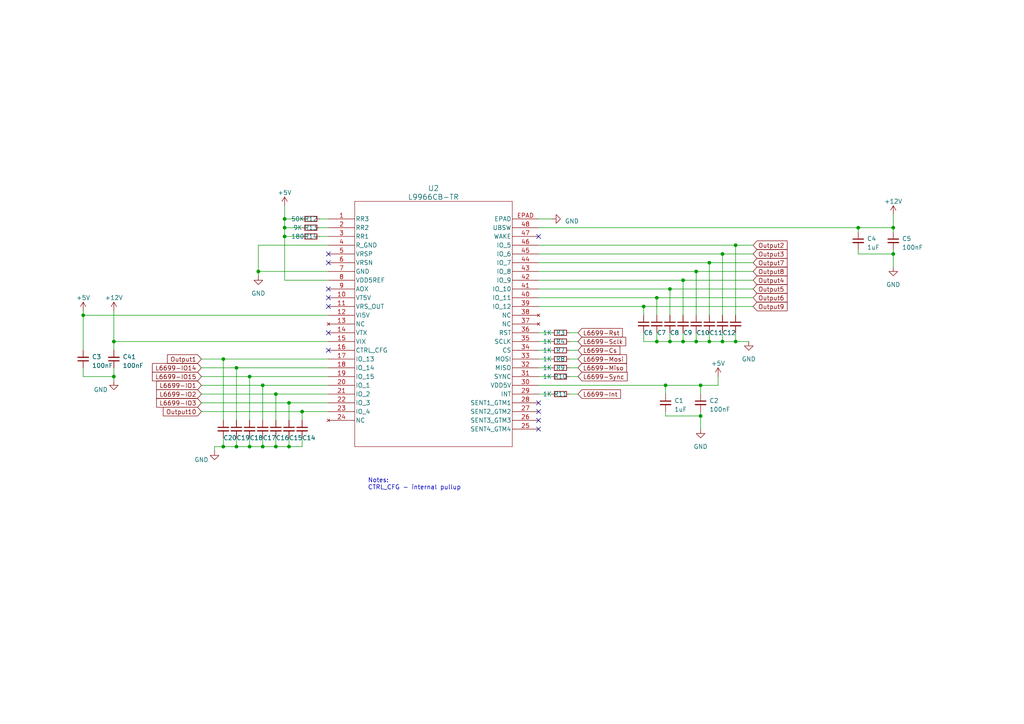
<source format=kicad_sch>
(kicad_sch (version 20230121) (generator eeschema)
  (paper "A4")
  (lib_symbols
    (symbol "Device:C_Small" (pin_numbers hide) (pin_names (offset 0.254) hide)
      (property "Reference" "C" (at 0.254 1.778 0))
      (property "Value" "C_Small" (at 0.254 -2.032 0))
      (symbol "C_Small_0_1"
        (polyline (pts (xy -1.524 -0.508) (xy 1.524 -0.508)) (stroke (width 0.3302)))
        (polyline (pts (xy -1.524 0.508) (xy 1.524 0.508)) (stroke (width 0.3048)))
      )
      (symbol "C_Small_1_1"
        (pin passive line (at 0 2.54 270) (length 2.032) (name "~") (number "1"))
        (pin passive line (at 0 -2.54 90) (length 2.032) (name "~") (number "2"))
      )
    )
    (symbol "Device:R_Small" (pin_numbers hide) (pin_names (offset 0.254) hide)
      (property "Reference" "R" (at 0.762 0.508 0))
      (property "Value" "R_Small" (at 0.762 -1.016 0))
      (symbol "R_Small_0_1"
        (rectangle (start -0.762 1.778) (end 0.762 -1.778) (stroke (width 0.2032)))
      )
      (symbol "R_Small_1_1"
        (pin passive line (at 0 2.54 270) (length 0.762) (name "~") (number "1"))
        (pin passive line (at 0 -2.54 90) (length 0.762) (name "~") (number "2"))
      )
    )
    (symbol "MyLibrary:L9966CB-TR" (pin_names (offset 0.254))
      (property "Reference" "U" (at 30.48 10.16 0))
      (property "Value" "L9966CB-TR" (at 30.48 7.62 0))
      (symbol "L9966CB-TR_0_1"
        (polyline (pts (xy 7.62 -66.04) (xy 53.34 -66.04)) (stroke (width 0.127)))
        (polyline (pts (xy 7.62 5.08) (xy 7.62 -66.04)) (stroke (width 0.127)))
        (polyline (pts (xy 53.34 -66.04) (xy 53.34 5.08)) (stroke (width 0.127)))
        (polyline (pts (xy 53.34 5.08) (xy 7.62 5.08)) (stroke (width 0.127)))
        (pin bidirectional line (at 0 0 0) (length 7.62) (name "RR3") (number "1"))
        (pin input line (at 0 -22.86 0) (length 7.62) (name "VT5V") (number "10"))
        (pin output line (at 0 -25.4 0) (length 7.62) (name "VRS_OUT") (number "11"))
        (pin input line (at 0 -27.94 0) (length 7.62) (name "VI5V") (number "12"))
        (pin no_connect line (at 0 -30.48 0) (length 7.62) (name "NC") (number "13"))
        (pin power_in line (at 0 -33.02 0) (length 7.62) (name "VTX") (number "14"))
        (pin power_in line (at 0 -35.56 0) (length 7.62) (name "VIX") (number "15"))
        (pin input line (at 0 -38.1 0) (length 7.62) (name "CTRL_CFG") (number "16"))
        (pin bidirectional line (at 0 -40.64 0) (length 7.62) (name "IO_13") (number "17"))
        (pin bidirectional line (at 0 -43.18 0) (length 7.62) (name "IO_14") (number "18"))
        (pin bidirectional line (at 0 -45.72 0) (length 7.62) (name "IO_15") (number "19"))
        (pin bidirectional line (at 0 -2.54 0) (length 7.62) (name "RR2") (number "2"))
        (pin bidirectional line (at 0 -48.26 0) (length 7.62) (name "IO_1") (number "20"))
        (pin bidirectional line (at 0 -50.8 0) (length 7.62) (name "IO_2") (number "21"))
        (pin bidirectional line (at 0 -53.34 0) (length 7.62) (name "IO_3") (number "22"))
        (pin bidirectional line (at 0 -55.88 0) (length 7.62) (name "IO_4") (number "23"))
        (pin no_connect line (at 0 -58.42 0) (length 7.62) (name "NC") (number "24"))
        (pin bidirectional line (at 60.96 -60.96 180) (length 7.62) (name "SENT4_GTM4") (number "25"))
        (pin bidirectional line (at 60.96 -58.42 180) (length 7.62) (name "SENT3_GTM3") (number "26"))
        (pin bidirectional line (at 60.96 -55.88 180) (length 7.62) (name "SENT2_GTM2") (number "27"))
        (pin bidirectional line (at 60.96 -53.34 180) (length 7.62) (name "SENT1_GTM1") (number "28"))
        (pin input line (at 60.96 -50.8 180) (length 7.62) (name "INT") (number "29"))
        (pin bidirectional line (at 0 -5.08 0) (length 7.62) (name "RR1") (number "3"))
        (pin power_in line (at 60.96 -48.26 180) (length 7.62) (name "VDD5V") (number "30"))
        (pin input line (at 60.96 -45.72 180) (length 7.62) (name "SYNC") (number "31"))
        (pin output line (at 60.96 -43.18 180) (length 7.62) (name "MISO") (number "32"))
        (pin input line (at 60.96 -40.64 180) (length 7.62) (name "MOSI") (number "33"))
        (pin input line (at 60.96 -38.1 180) (length 7.62) (name "CS") (number "34"))
        (pin input line (at 60.96 -35.56 180) (length 7.62) (name "SCLK") (number "35"))
        (pin input line (at 60.96 -33.02 180) (length 7.62) (name "RST") (number "36"))
        (pin no_connect line (at 60.96 -30.48 180) (length 7.62) (name "NC") (number "37"))
        (pin no_connect line (at 60.96 -27.94 180) (length 7.62) (name "NC") (number "38"))
        (pin bidirectional line (at 60.96 -25.4 180) (length 7.62) (name "IO_12") (number "39"))
        (pin power_out line (at 0 -7.62 0) (length 7.62) (name "R_GND") (number "4"))
        (pin bidirectional line (at 60.96 -22.86 180) (length 7.62) (name "IO_11") (number "40"))
        (pin bidirectional line (at 60.96 -20.32 180) (length 7.62) (name "IO_10") (number "41"))
        (pin bidirectional line (at 60.96 -17.78 180) (length 7.62) (name "IO_9") (number "42"))
        (pin bidirectional line (at 60.96 -15.24 180) (length 7.62) (name "IO_8") (number "43"))
        (pin bidirectional line (at 60.96 -12.7 180) (length 7.62) (name "IO_7") (number "44"))
        (pin bidirectional line (at 60.96 -10.16 180) (length 7.62) (name "IO_6") (number "45"))
        (pin bidirectional line (at 60.96 -7.62 180) (length 7.62) (name "IO_5") (number "46"))
        (pin input line (at 60.96 -5.08 180) (length 7.62) (name "WAKE") (number "47"))
        (pin power_in line (at 60.96 -2.54 180) (length 7.62) (name "UBSW") (number "48"))
        (pin unspecified line (at 0 -10.16 0) (length 7.62) (name "VRSP") (number "5"))
        (pin unspecified line (at 0 -12.7 0) (length 7.62) (name "VRSN") (number "6"))
        (pin power_out line (at 0 -15.24 0) (length 7.62) (name "GND") (number "7"))
        (pin power_in line (at 0 -17.78 0) (length 7.62) (name "VDD5REF") (number "8"))
        (pin input line (at 0 -20.32 0) (length 7.62) (name "AOX") (number "9"))
        (pin unspecified line (at 60.96 0 180) (length 7.62) (name "EPAD") (number "EPAD"))
      )
    )
    (symbol "power:+12V" (power) (pin_names (offset 0))
      (property "Value" "+12V" (at 0 3.556 0))
      (symbol "+12V_0_1"
        (polyline (pts (xy -0.762 1.27) (xy 0 2.54)))
        (polyline (pts (xy 0 0) (xy 0 2.54)))
        (polyline (pts (xy 0 2.54) (xy 0.762 1.27)))
      )
      (symbol "+12V_1_1"
        (pin power_in line (at 0 0 90) (length 0) hide (name "+12V") (number "1"))
      )
    )
    (symbol "power:+5V" (power) (pin_names (offset 0))
      (property "Value" "+5V" (at 0 3.556 0))
      (symbol "+5V_0_1"
        (polyline (pts (xy -0.762 1.27) (xy 0 2.54)))
        (polyline (pts (xy 0 0) (xy 0 2.54)))
        (polyline (pts (xy 0 2.54) (xy 0.762 1.27)))
      )
      (symbol "+5V_1_1"
        (pin power_in line (at 0 0 90) (length 0) hide (name "+5V") (number "1"))
      )
    )
    (symbol "power:GND" (power) (pin_names (offset 0))
      (property "Value" "GND" (at 0 -3.81 0))
      (symbol "GND_0_1"
        (polyline (pts (xy 0 0) (xy 0 -1.27) (xy 1.27 -1.27) (xy 0 -2.54) (xy -1.27 -1.27) (xy 0 -1.27)))
      )
      (symbol "GND_1_1"
        (pin power_in line (at 0 0 270) (length 0) hide (name "GND") (number "1"))
      )
    )
  )
  (junction (at 87.63 119.38))
  (junction (at 248.92 66.04))
  (junction (at 186.69 88.9))
  (junction (at 198.12 81.28))
  (junction (at 203.2 111.76))
  (junction (at 33.02 109.22))
  (junction (at 68.58 129.54))
  (junction (at 80.01 129.54))
  (junction (at 209.55 73.66))
  (junction (at 194.31 99.06))
  (junction (at 76.2 129.54))
  (junction (at 203.2 120.65))
  (junction (at 82.55 63.5))
  (junction (at 64.77 104.14))
  (junction (at 201.93 78.74))
  (junction (at 205.74 99.06))
  (junction (at 193.04 111.76))
  (junction (at 190.5 99.06))
  (junction (at 72.39 129.54))
  (junction (at 33.02 99.06))
  (junction (at 190.5 86.36))
  (junction (at 194.31 83.82))
  (junction (at 83.82 129.54))
  (junction (at 76.2 111.76))
  (junction (at 198.12 99.06))
  (junction (at 213.36 71.12))
  (junction (at 24.13 91.44))
  (junction (at 80.01 114.3))
  (junction (at 83.82 116.84))
  (junction (at 74.93 78.74))
  (junction (at 259.08 73.66))
  (junction (at 72.39 109.22))
  (junction (at 205.74 76.2))
  (junction (at 259.08 66.04))
  (junction (at 213.36 99.06))
  (junction (at 68.58 106.68))
  (junction (at 201.93 99.06))
  (junction (at 209.55 99.06))
  (junction (at 82.55 68.58))
  (junction (at 64.77 129.54))
  (junction (at 82.55 66.04))
  (no_connect (at 156.21 119.38))
  (no_connect (at 95.25 83.82))
  (no_connect (at 95.25 86.36))
  (no_connect (at 95.25 101.6))
  (no_connect (at 156.21 68.58))
  (no_connect (at 156.21 121.92))
  (no_connect (at 95.25 73.66))
  (no_connect (at 95.25 88.9))
  (no_connect (at 95.25 96.52))
  (no_connect (at 156.21 124.46))
  (no_connect (at 156.21 116.84))
  (no_connect (at 95.25 76.2))
  (wire (pts (xy 190.5 96.52) (xy 190.5 99.06)))
  (wire (pts (xy 58.42 114.3) (xy 80.01 114.3)))
  (wire (pts (xy 33.02 109.22) (xy 33.02 110.49)))
  (wire (pts (xy 33.02 106.68) (xy 33.02 109.22)))
  (wire (pts (xy 201.93 78.74) (xy 218.44 78.74)))
  (wire (pts (xy 156.21 101.6) (xy 160.02 101.6)))
  (wire (pts (xy 194.31 96.52) (xy 194.31 99.06)))
  (wire (pts (xy 259.08 66.04) (xy 259.08 67.31)))
  (wire (pts (xy 165.1 96.52) (xy 167.64 96.52)))
  (wire (pts (xy 165.1 104.14) (xy 167.64 104.14)))
  (wire (pts (xy 83.82 116.84) (xy 83.82 121.92)))
  (wire (pts (xy 95.25 104.14) (xy 64.77 104.14)))
  (wire (pts (xy 24.13 106.68) (xy 24.13 109.22)))
  (wire (pts (xy 68.58 106.68) (xy 68.58 121.92)))
  (wire (pts (xy 82.55 63.5) (xy 82.55 66.04)))
  (wire (pts (xy 33.02 99.06) (xy 33.02 101.6)))
  (wire (pts (xy 194.31 99.06) (xy 198.12 99.06)))
  (wire (pts (xy 87.63 119.38) (xy 87.63 121.92)))
  (wire (pts (xy 156.21 114.3) (xy 160.02 114.3)))
  (wire (pts (xy 83.82 129.54) (xy 87.63 129.54)))
  (wire (pts (xy 205.74 76.2) (xy 218.44 76.2)))
  (wire (pts (xy 24.13 91.44) (xy 24.13 101.6)))
  (wire (pts (xy 208.28 111.76) (xy 208.28 109.22)))
  (wire (pts (xy 156.21 86.36) (xy 190.5 86.36)))
  (wire (pts (xy 190.5 86.36) (xy 190.5 91.44)))
  (wire (pts (xy 95.25 71.12) (xy 74.93 71.12)))
  (wire (pts (xy 203.2 111.76) (xy 203.2 114.3)))
  (wire (pts (xy 76.2 111.76) (xy 76.2 121.92)))
  (wire (pts (xy 95.25 109.22) (xy 72.39 109.22)))
  (wire (pts (xy 80.01 129.54) (xy 80.01 127)))
  (wire (pts (xy 24.13 109.22) (xy 33.02 109.22)))
  (wire (pts (xy 209.55 96.52) (xy 209.55 99.06)))
  (wire (pts (xy 68.58 129.54) (xy 68.58 127)))
  (wire (pts (xy 186.69 96.52) (xy 186.69 99.06)))
  (wire (pts (xy 194.31 83.82) (xy 218.44 83.82)))
  (wire (pts (xy 259.08 73.66) (xy 259.08 72.39)))
  (wire (pts (xy 95.25 119.38) (xy 87.63 119.38)))
  (wire (pts (xy 259.08 73.66) (xy 259.08 77.47)))
  (wire (pts (xy 80.01 114.3) (xy 80.01 121.92)))
  (wire (pts (xy 76.2 129.54) (xy 76.2 127)))
  (wire (pts (xy 33.02 99.06) (xy 95.25 99.06)))
  (wire (pts (xy 95.25 114.3) (xy 80.01 114.3)))
  (wire (pts (xy 213.36 99.06) (xy 217.17 99.06)))
  (wire (pts (xy 95.25 116.84) (xy 83.82 116.84)))
  (wire (pts (xy 64.77 129.54) (xy 68.58 129.54)))
  (wire (pts (xy 193.04 120.65) (xy 203.2 120.65)))
  (wire (pts (xy 201.93 78.74) (xy 201.93 91.44)))
  (wire (pts (xy 76.2 129.54) (xy 80.01 129.54)))
  (wire (pts (xy 82.55 63.5) (xy 87.63 63.5)))
  (wire (pts (xy 156.21 106.68) (xy 160.02 106.68)))
  (wire (pts (xy 64.77 127) (xy 64.77 129.54)))
  (wire (pts (xy 259.08 62.23) (xy 259.08 66.04)))
  (wire (pts (xy 156.21 96.52) (xy 160.02 96.52)))
  (wire (pts (xy 74.93 78.74) (xy 74.93 80.01)))
  (wire (pts (xy 190.5 99.06) (xy 194.31 99.06)))
  (wire (pts (xy 58.42 109.22) (xy 72.39 109.22)))
  (wire (pts (xy 64.77 129.54) (xy 62.23 129.54)))
  (wire (pts (xy 193.04 119.38) (xy 193.04 120.65)))
  (wire (pts (xy 156.21 81.28) (xy 198.12 81.28)))
  (wire (pts (xy 198.12 99.06) (xy 201.93 99.06)))
  (wire (pts (xy 156.21 73.66) (xy 209.55 73.66)))
  (wire (pts (xy 156.21 76.2) (xy 205.74 76.2)))
  (wire (pts (xy 82.55 59.69) (xy 82.55 63.5)))
  (wire (pts (xy 24.13 91.44) (xy 95.25 91.44)))
  (wire (pts (xy 156.21 111.76) (xy 193.04 111.76)))
  (wire (pts (xy 74.93 71.12) (xy 74.93 78.74)))
  (wire (pts (xy 72.39 109.22) (xy 72.39 121.92)))
  (wire (pts (xy 156.21 99.06) (xy 160.02 99.06)))
  (wire (pts (xy 186.69 99.06) (xy 190.5 99.06)))
  (wire (pts (xy 165.1 114.3) (xy 167.64 114.3)))
  (wire (pts (xy 58.42 116.84) (xy 83.82 116.84)))
  (wire (pts (xy 24.13 91.44) (xy 24.13 90.17)))
  (wire (pts (xy 58.42 104.14) (xy 64.77 104.14)))
  (wire (pts (xy 198.12 81.28) (xy 218.44 81.28)))
  (wire (pts (xy 92.71 63.5) (xy 95.25 63.5)))
  (wire (pts (xy 205.74 76.2) (xy 205.74 91.44)))
  (wire (pts (xy 213.36 71.12) (xy 213.36 91.44)))
  (wire (pts (xy 87.63 129.54) (xy 87.63 127)))
  (wire (pts (xy 198.12 81.28) (xy 198.12 91.44)))
  (wire (pts (xy 156.21 104.14) (xy 160.02 104.14)))
  (wire (pts (xy 92.71 68.58) (xy 95.25 68.58)))
  (wire (pts (xy 248.92 72.39) (xy 248.92 73.66)))
  (wire (pts (xy 248.92 73.66) (xy 259.08 73.66)))
  (wire (pts (xy 205.74 99.06) (xy 209.55 99.06)))
  (wire (pts (xy 95.25 111.76) (xy 76.2 111.76)))
  (wire (pts (xy 156.21 88.9) (xy 186.69 88.9)))
  (wire (pts (xy 156.21 71.12) (xy 213.36 71.12)))
  (wire (pts (xy 68.58 129.54) (xy 72.39 129.54)))
  (wire (pts (xy 58.42 111.76) (xy 76.2 111.76)))
  (wire (pts (xy 213.36 71.12) (xy 218.44 71.12)))
  (wire (pts (xy 186.69 88.9) (xy 186.69 91.44)))
  (wire (pts (xy 156.21 66.04) (xy 248.92 66.04)))
  (wire (pts (xy 193.04 111.76) (xy 203.2 111.76)))
  (wire (pts (xy 156.21 109.22) (xy 160.02 109.22)))
  (wire (pts (xy 156.21 83.82) (xy 194.31 83.82)))
  (wire (pts (xy 33.02 99.06) (xy 33.02 90.17)))
  (wire (pts (xy 203.2 120.65) (xy 203.2 119.38)))
  (wire (pts (xy 74.93 78.74) (xy 95.25 78.74)))
  (wire (pts (xy 165.1 99.06) (xy 167.64 99.06)))
  (wire (pts (xy 95.25 106.68) (xy 68.58 106.68)))
  (wire (pts (xy 80.01 129.54) (xy 83.82 129.54)))
  (wire (pts (xy 201.93 96.52) (xy 201.93 99.06)))
  (wire (pts (xy 156.21 63.5) (xy 160.02 63.5)))
  (wire (pts (xy 156.21 78.74) (xy 201.93 78.74)))
  (wire (pts (xy 165.1 109.22) (xy 167.64 109.22)))
  (wire (pts (xy 62.23 129.54) (xy 62.23 130.81)))
  (wire (pts (xy 82.55 68.58) (xy 82.55 81.28)))
  (wire (pts (xy 198.12 96.52) (xy 198.12 99.06)))
  (wire (pts (xy 82.55 68.58) (xy 87.63 68.58)))
  (wire (pts (xy 193.04 111.76) (xy 193.04 114.3)))
  (wire (pts (xy 209.55 73.66) (xy 209.55 91.44)))
  (wire (pts (xy 201.93 99.06) (xy 205.74 99.06)))
  (wire (pts (xy 58.42 119.38) (xy 87.63 119.38)))
  (wire (pts (xy 248.92 66.04) (xy 259.08 66.04)))
  (wire (pts (xy 209.55 99.06) (xy 213.36 99.06)))
  (wire (pts (xy 205.74 96.52) (xy 205.74 99.06)))
  (wire (pts (xy 209.55 73.66) (xy 218.44 73.66)))
  (wire (pts (xy 203.2 111.76) (xy 208.28 111.76)))
  (wire (pts (xy 82.55 66.04) (xy 87.63 66.04)))
  (wire (pts (xy 165.1 101.6) (xy 167.64 101.6)))
  (wire (pts (xy 64.77 104.14) (xy 64.77 121.92)))
  (wire (pts (xy 95.25 81.28) (xy 82.55 81.28)))
  (wire (pts (xy 165.1 106.68) (xy 167.64 106.68)))
  (wire (pts (xy 83.82 129.54) (xy 83.82 127)))
  (wire (pts (xy 186.69 88.9) (xy 218.44 88.9)))
  (wire (pts (xy 58.42 106.68) (xy 68.58 106.68)))
  (wire (pts (xy 72.39 129.54) (xy 76.2 129.54)))
  (wire (pts (xy 82.55 66.04) (xy 82.55 68.58)))
  (wire (pts (xy 72.39 129.54) (xy 72.39 127)))
  (wire (pts (xy 213.36 96.52) (xy 213.36 99.06)))
  (wire (pts (xy 92.71 66.04) (xy 95.25 66.04)))
  (wire (pts (xy 190.5 86.36) (xy 218.44 86.36)))
  (wire (pts (xy 194.31 83.82) (xy 194.31 91.44)))
  (wire (pts (xy 203.2 120.65) (xy 203.2 124.46)))
  (wire (pts (xy 248.92 66.04) (xy 248.92 67.31)))
  (text "Notes:\nCTRL_CFG - internal pullup" (at 106.68 142.24 0) (effects (font (size 1.27 1.27)) (justify left bottom)))
  (global_label "L6699-IO2" (shape input) (at 58.42 114.3 180) (property "Intersheetrefs" "${INTERSHEET_REFS}" (effects hide)))
  (global_label "L6699-IO1" (shape input) (at 58.42 111.76 180) (property "Intersheetrefs" "${INTERSHEET_REFS}" (effects hide)))
  (global_label "Output1" (shape input) (at 58.42 104.14 180) (property "Intersheetrefs" "${INTERSHEET_REFS}" (effects hide)))
  (global_label "L6699-IO14" (shape input) (at 58.42 106.68 180) (property "Intersheetrefs" "${INTERSHEET_REFS}" (effects hide)))
  (global_label "Output4" (shape input) (at 218.44 81.28 0) (property "Intersheetrefs" "${INTERSHEET_REFS}" (effects hide)))
  (global_label "Output2" (shape input) (at 218.44 71.12 0) (property "Intersheetrefs" "${INTERSHEET_REFS}" (effects hide)))
  (global_label "L6699-Sclk" (shape input) (at 167.64 99.06 0) (property "Intersheetrefs" "${INTERSHEET_REFS}" (effects hide)))
  (global_label "L6699-Rst" (shape input) (at 167.64 96.52 0) (property "Intersheetrefs" "${INTERSHEET_REFS}" (effects hide)))
  (global_label "Output6" (shape input) (at 218.44 86.36 0) (property "Intersheetrefs" "${INTERSHEET_REFS}" (effects hide)))
  (global_label "Output5" (shape input) (at 218.44 83.82 0) (property "Intersheetrefs" "${INTERSHEET_REFS}" (effects hide)))
  (global_label "L6699-IO3" (shape input) (at 58.42 116.84 180) (property "Intersheetrefs" "${INTERSHEET_REFS}" (effects hide)))
  (global_label "Output10" (shape input) (at 58.42 119.38 180) (property "Intersheetrefs" "${INTERSHEET_REFS}" (effects hide)))
  (global_label "L6699-Int" (shape input) (at 167.64 114.3 0) (property "Intersheetrefs" "${INTERSHEET_REFS}" (effects hide)))
  (global_label "L6699-Miso" (shape input) (at 167.64 106.68 0) (property "Intersheetrefs" "${INTERSHEET_REFS}" (effects hide)))
  (global_label "Output9" (shape input) (at 218.44 88.9 0) (property "Intersheetrefs" "${INTERSHEET_REFS}" (effects hide)))
  (global_label "L6699-IO15" (shape input) (at 58.42 109.22 180) (property "Intersheetrefs" "${INTERSHEET_REFS}" (effects hide)))
  (global_label "Output3" (shape input) (at 218.44 73.66 0) (property "Intersheetrefs" "${INTERSHEET_REFS}" (effects hide)))
  (global_label "L6699-Mosi" (shape input) (at 167.64 104.14 0) (property "Intersheetrefs" "${INTERSHEET_REFS}" (effects hide)))
  (global_label "L6699-Sync" (shape input) (at 167.64 109.22 0) (property "Intersheetrefs" "${INTERSHEET_REFS}" (effects hide)))
  (global_label "Output8" (shape input) (at 218.44 78.74 0) (property "Intersheetrefs" "${INTERSHEET_REFS}" (effects hide)))
  (global_label "Output7" (shape input) (at 218.44 76.2 0) (property "Intersheetrefs" "${INTERSHEET_REFS}" (effects hide)))
  (global_label "L6699-Cs" (shape input) (at 167.64 101.6 0) (property "Intersheetrefs" "${INTERSHEET_REFS}" (effects hide)))
  (symbol (lib_id "power:+5V") (at 24.13 90.17 0) (unit 1)
    (property "Reference" "#PWR07" (effects hide))
    (property "Value" "+5V" (at 24.13 86.36 0))
  )
  (symbol (lib_id "Device:C_Small") (at 198.12 93.98 0) (unit 1)
    (property "Reference" "C9" (at 198.12 96.52 0) (effects (justify left)))
    (property "Value" "6.8nF" (effects hide))
    (property "Footprint" "Capacitor_SMD:C_0603_1608Metric_Pad1.08x0.95mm_HandSolder" (effects hide))
  )
  (symbol (lib_id "Device:R_Small") (at 162.56 106.68 90) (unit 1)
    (property "Reference" "R9" (at 162.56 106.68 90))
    (property "Value" "1K" (at 158.75 106.68 90))
    (property "Footprint" "Resistor_SMD:R_0603_1608Metric_Pad0.98x0.95mm_HandSolder" (effects hide))
  )
  (symbol (lib_id "Device:C_Small") (at 76.2 124.46 0) (unit 1)
    (property "Reference" "C17" (at 76.2 127 0) (effects (justify left)))
    (property "Value" "6.8nF" (effects hide))
    (property "Footprint" "Capacitor_SMD:C_0603_1608Metric_Pad1.08x0.95mm_HandSolder" (effects hide))
  )
  (symbol (lib_id "Device:R_Small") (at 162.56 99.06 90) (unit 1)
    (property "Reference" "R4" (at 162.56 99.06 90))
    (property "Value" "1K" (at 158.75 99.06 90))
    (property "Footprint" "Resistor_SMD:R_0603_1608Metric_Pad0.98x0.95mm_HandSolder" (effects hide))
  )
  (symbol (lib_id "power:GND") (at 33.02 110.49 0) (unit 1)
    (property "Reference" "#PWR058" (effects hide))
    (property "Value" "GND" (at 29.21 113.03 0))
  )
  (symbol (lib_id "power:GND") (at 74.93 80.01 0) (unit 1)
    (property "Reference" "#PWR09" (effects hide))
    (property "Value" "GND" (at 74.93 85.09 0))
  )
  (symbol (lib_id "Device:C_Small") (at 190.5 93.98 0) (unit 1)
    (property "Reference" "C7" (at 190.5 96.52 0) (effects (justify left)))
    (property "Value" "6.8nF" (effects hide))
    (property "Footprint" "Capacitor_SMD:C_0603_1608Metric_Pad1.08x0.95mm_HandSolder" (effects hide))
  )
  (symbol (lib_id "Device:R_Small") (at 162.56 96.52 90) (unit 1)
    (property "Reference" "R3" (at 162.56 96.52 90))
    (property "Value" "1K" (at 158.75 96.52 90))
    (property "Footprint" "Resistor_SMD:R_0603_1608Metric_Pad0.98x0.95mm_HandSolder" (effects hide))
  )
  (symbol (lib_id "power:GND") (at 259.08 77.47 0) (unit 1)
    (property "Reference" "#PWR011" (effects hide))
    (property "Value" "GND" (at 259.08 82.55 0))
  )
  (symbol (lib_id "Device:C_Small") (at 64.77 124.46 0) (unit 1)
    (property "Reference" "C20" (at 64.77 127 0) (effects (justify left)))
    (property "Value" "6.8nF" (effects hide))
    (property "Footprint" "Capacitor_SMD:C_0603_1608Metric_Pad1.08x0.95mm_HandSolder" (effects hide))
  )
  (symbol (lib_id "power:+5V") (at 82.55 59.69 0) (unit 1)
    (property "Reference" "#PWR010" (effects hide))
    (property "Value" "+5V" (at 82.55 55.88 0))
  )
  (symbol (lib_id "Device:C_Small") (at 24.13 104.14 180) (unit 1)
    (property "Reference" "C3" (at 26.67 103.4986 0) (effects (justify right)))
    (property "Value" "100nF" (at 26.67 106.0386 0) (effects (justify right)))
    (property "Footprint" "Capacitor_SMD:C_0603_1608Metric_Pad1.08x0.95mm_HandSolder" (effects hide))
  )
  (symbol (lib_id "Device:C_Small") (at 213.36 93.98 0) (unit 1)
    (property "Reference" "C13" (effects hide))
    (property "Value" "6.8nF" (effects hide))
    (property "Footprint" "Capacitor_SMD:C_0603_1608Metric_Pad1.08x0.95mm_HandSolder" (effects hide))
  )
  (symbol (lib_id "Device:C_Small") (at 186.69 93.98 0) (unit 1)
    (property "Reference" "C6" (at 186.69 96.52 0) (effects (justify left)))
    (property "Value" "6.8nF" (effects hide))
    (property "Footprint" "Capacitor_SMD:C_0603_1608Metric_Pad1.08x0.95mm_HandSolder" (effects hide))
  )
  (symbol (lib_id "Device:R_Small") (at 90.17 66.04 90) (unit 1)
    (property "Reference" "R13" (at 90.17 66.04 90))
    (property "Value" "9K" (at 86.36 66.04 90))
    (property "Footprint" "Resistor_SMD:R_0603_1608Metric_Pad0.98x0.95mm_HandSolder" (effects hide))
  )
  (symbol (lib_id "Device:C_Small") (at 83.82 124.46 0) (unit 1)
    (property "Reference" "C15" (at 83.82 127 0) (effects (justify left)))
    (property "Value" "6.8nF" (effects hide))
    (property "Footprint" "Capacitor_SMD:C_0603_1608Metric_Pad1.08x0.95mm_HandSolder" (effects hide))
  )
  (symbol (lib_id "power:GND") (at 217.17 99.06 0) (unit 1)
    (property "Reference" "#PWR03" (effects hide))
    (property "Value" "GND" (at 217.17 104.14 0))
  )
  (symbol (lib_id "Device:C_Small") (at 68.58 124.46 0) (unit 1)
    (property "Reference" "C19" (at 68.58 127 0) (effects (justify left)))
    (property "Value" "6.8nF" (effects hide))
    (property "Footprint" "Capacitor_SMD:C_0603_1608Metric_Pad1.08x0.95mm_HandSolder" (effects hide))
  )
  (symbol (lib_id "Device:C_Small") (at 259.08 69.85 0) (unit 1)
    (property "Reference" "C5" (at 261.62 69.2213 0) (effects (justify left)))
    (property "Value" "100nF" (at 261.62 71.7613 0) (effects (justify left)))
    (property "Footprint" "Capacitor_SMD:C_0603_1608Metric_Pad1.08x0.95mm_HandSolder" (effects hide))
  )
  (symbol (lib_id "power:+12V") (at 259.08 62.23 0) (unit 1)
    (property "Reference" "#PWR012" (effects hide))
    (property "Value" "+12V" (at 259.08 58.42 0))
  )
  (symbol (lib_id "Device:C_Small") (at 209.55 93.98 0) (unit 1)
    (property "Reference" "C12" (at 209.55 96.52 0) (effects (justify left)))
    (property "Value" "6.8nF" (effects hide))
    (property "Footprint" "Capacitor_SMD:C_0603_1608Metric_Pad1.08x0.95mm_HandSolder" (effects hide))
  )
  (symbol (lib_id "Device:C_Small") (at 194.31 93.98 0) (unit 1)
    (property "Reference" "C8" (at 194.31 96.52 0) (effects (justify left)))
    (property "Value" "6.8nF" (effects hide))
    (property "Footprint" "Capacitor_SMD:C_0603_1608Metric_Pad1.08x0.95mm_HandSolder" (effects hide))
  )
  (symbol (lib_id "Device:C_Small") (at 205.74 93.98 0) (unit 1)
    (property "Reference" "C11" (at 205.74 96.52 0) (effects (justify left)))
    (property "Value" "6.8nF" (effects hide))
    (property "Footprint" "Capacitor_SMD:C_0603_1608Metric_Pad1.08x0.95mm_HandSolder" (effects hide))
  )
  (symbol (lib_id "Device:R_Small") (at 162.56 104.14 90) (unit 1)
    (property "Reference" "R8" (at 162.56 104.14 90))
    (property "Value" "1K" (at 158.75 104.14 90))
    (property "Footprint" "Resistor_SMD:R_0603_1608Metric_Pad0.98x0.95mm_HandSolder" (effects hide))
  )
  (symbol (lib_id "power:GND") (at 62.23 130.81 0) (unit 1)
    (property "Reference" "#PWR04" (effects hide))
    (property "Value" "GND" (at 58.42 133.35 0))
  )
  (symbol (lib_id "Device:C_Small") (at 201.93 93.98 0) (unit 1)
    (property "Reference" "C10" (at 201.93 96.52 0) (effects (justify left)))
    (property "Value" "6.8nF" (effects hide))
    (property "Footprint" "Capacitor_SMD:C_0603_1608Metric_Pad1.08x0.95mm_HandSolder" (effects hide))
  )
  (symbol (lib_id "power:GND") (at 203.2 124.46 0) (unit 1)
    (property "Reference" "#PWR02" (effects hide))
    (property "Value" "GND" (at 203.2 129.54 0))
  )
  (symbol (lib_id "Device:R_Small") (at 162.56 114.3 90) (unit 1)
    (property "Reference" "R11" (at 162.56 114.3 90))
    (property "Value" "1K" (at 158.75 114.3 90))
    (property "Footprint" "Resistor_SMD:R_0603_1608Metric_Pad0.98x0.95mm_HandSolder" (effects hide))
  )
  (symbol (lib_id "Device:R_Small") (at 90.17 68.58 90) (unit 1)
    (property "Reference" "R14" (at 90.17 68.58 90))
    (property "Value" "180" (at 86.36 68.58 90))
    (property "Footprint" "Resistor_SMD:R_0603_1608Metric_Pad0.98x0.95mm_HandSolder" (effects hide))
  )
  (symbol (lib_id "Device:C_Small") (at 80.01 124.46 0) (unit 1)
    (property "Reference" "C16" (at 80.01 127 0) (effects (justify left)))
    (property "Value" "6.8nF" (effects hide))
    (property "Footprint" "Capacitor_SMD:C_0603_1608Metric_Pad1.08x0.95mm_HandSolder" (effects hide))
  )
  (symbol (lib_id "Device:C_Small") (at 203.2 116.84 0) (unit 1)
    (property "Reference" "C2" (at 205.74 116.2113 0) (effects (justify left)))
    (property "Value" "100nF" (at 205.74 118.7513 0) (effects (justify left)))
    (property "Footprint" "Capacitor_SMD:C_0603_1608Metric_Pad1.08x0.95mm_HandSolder" (effects hide))
  )
  (symbol (lib_id "Device:C_Small") (at 72.39 124.46 0) (unit 1)
    (property "Reference" "C18" (at 72.39 127 0) (effects (justify left)))
    (property "Value" "6.8nF" (effects hide))
    (property "Footprint" "Capacitor_SMD:C_0603_1608Metric_Pad1.08x0.95mm_HandSolder" (effects hide))
  )
  (symbol (lib_id "Device:C_Small") (at 193.04 116.84 0) (unit 1)
    (property "Reference" "C1" (at 195.58 116.2113 0) (effects (justify left)))
    (property "Value" "1uF" (at 195.58 118.7513 0) (effects (justify left)))
    (property "Footprint" "Capacitor_SMD:C_0603_1608Metric_Pad1.08x0.95mm_HandSolder" (effects hide))
  )
  (symbol (lib_id "Device:R_Small") (at 162.56 101.6 90) (unit 1)
    (property "Reference" "R7" (at 162.56 101.6 90))
    (property "Value" "1K" (at 158.75 101.6 90))
    (property "Footprint" "Resistor_SMD:R_0603_1608Metric_Pad0.98x0.95mm_HandSolder" (effects hide))
  )
  (symbol (lib_id "power:+12V") (at 33.02 90.17 0) (unit 1)
    (property "Reference" "#PWR057" (effects hide))
    (property "Value" "+12V" (at 33.02 86.36 0))
  )
  (symbol (lib_id "power:GND") (at 160.02 63.5 90) (unit 1)
    (property "Reference" "#PWR08" (effects hide))
    (property "Value" "GND" (at 163.83 64.135 90) (effects (justify right)))
  )
  (symbol (lib_id "Device:C_Small") (at 33.02 104.14 180) (unit 1)
    (property "Reference" "C41" (at 35.56 103.4986 0) (effects (justify right)))
    (property "Value" "100nF" (at 35.56 106.0386 0) (effects (justify right)))
    (property "Footprint" "Capacitor_SMD:C_0603_1608Metric_Pad1.08x0.95mm_HandSolder" (effects hide))
  )
  (symbol (lib_id "Device:C_Small") (at 248.92 69.85 0) (unit 1)
    (property "Reference" "C4" (at 251.46 69.2213 0) (effects (justify left)))
    (property "Value" "1uF" (at 251.46 71.7613 0) (effects (justify left)))
    (property "Footprint" "Capacitor_SMD:C_0603_1608Metric_Pad1.08x0.95mm_HandSolder" (effects hide))
  )
  (symbol (lib_id "Device:R_Small") (at 90.17 63.5 90) (unit 1)
    (property "Reference" "R12" (at 90.17 63.5 90))
    (property "Value" "50K" (at 86.36 63.5 90))
    (property "Footprint" "Resistor_SMD:R_0603_1608Metric_Pad0.98x0.95mm_HandSolder" (effects hide))
  )
  (symbol (lib_id "Device:R_Small") (at 162.56 109.22 90) (unit 1)
    (property "Reference" "R10" (at 162.56 109.22 90))
    (property "Value" "1K" (at 158.75 109.22 90))
    (property "Footprint" "Resistor_SMD:R_0603_1608Metric_Pad0.98x0.95mm_HandSolder" (effects hide))
  )
  (symbol (lib_id "MyLibrary:L9966CB-TR") (at 95.25 63.5 0) (unit 1)
    (property "Reference" "U2" (at 125.73 54.61 0) (effects (font (size 1.524 1.524))))
    (property "Value" "L9966CB-TR" (at 125.73 57.15 0) (effects (font (size 1.524 1.524))))
    (property "Footprint" "MyKiCadLibraries:TQFP48_L9966_STM" (effects hide))
    (property "Datasheet" "L9966CB-TR" (effects hide))
  )
  (symbol (lib_id "Device:C_Small") (at 87.63 124.46 0) (unit 1)
    (property "Reference" "C14" (at 87.63 127 0) (effects (justify left)))
    (property "Value" "6.8nF" (effects hide))
    (property "Footprint" "Capacitor_SMD:C_0603_1608Metric_Pad1.08x0.95mm_HandSolder" (effects hide))
  )
  (symbol (lib_id "power:+5V") (at 208.28 109.22 0) (unit 1)
    (property "Reference" "#PWR06" (effects hide))
    (property "Value" "+5V" (at 208.28 105.41 0))
  )
)
</source>
